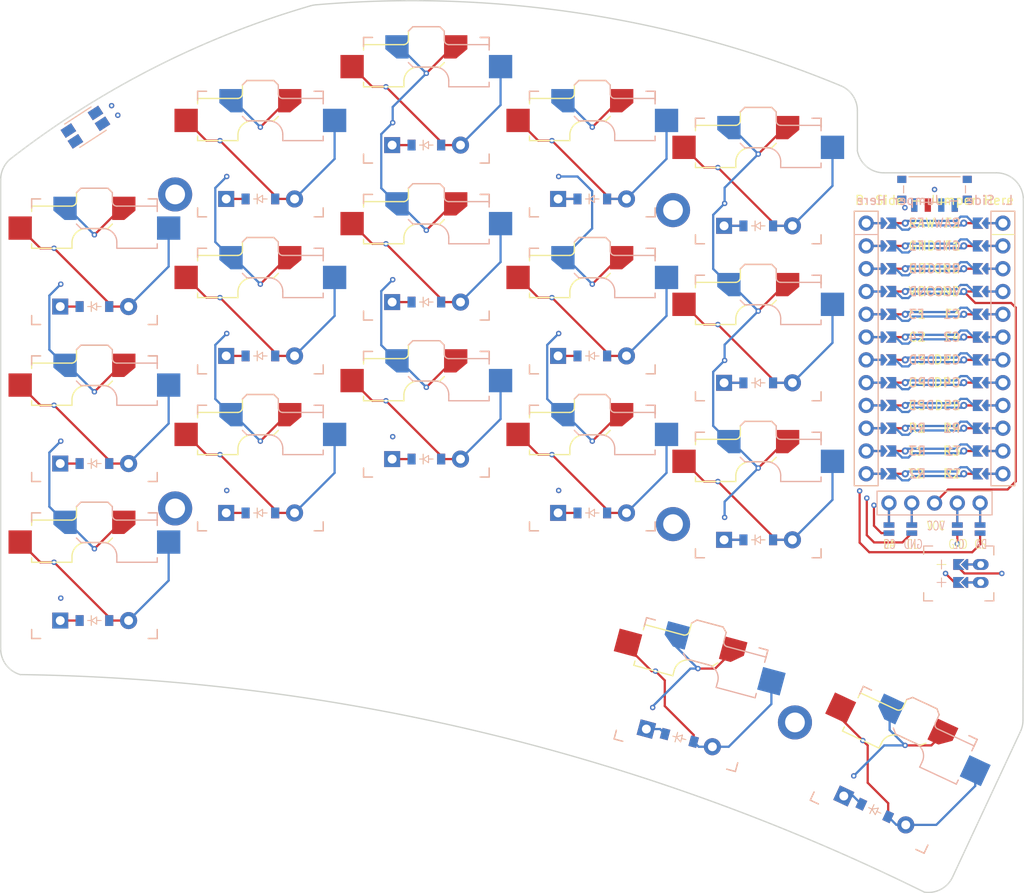
<source format=kicad_pcb>
(kicad_pcb (version 20221018) (generator pcbnew)
  (title_block (title "snak") (rev "0.1") (company "JackMatanky"))
  (layers (0 "F.Cu" signal) (31 "B.Cu" signal) (34 "B.Paste" user) (35 "F.Paste" user) (36 "B.SilkS" user "B.Silkscreen") (37 "F.SilkS" user "F.Silkscreen") (38 "B.Mask" user) (39 "F.Mask" user) (44 "Edge.Cuts" user))
  (net 0 "")
  (net 1 "C1")
  (net 2 "pinky_bot")
  (net 3 "pinky_mid")
  (net 4 "pinky_top")
  (net 5 "C2")
  (net 6 "ring_bot")
  (net 7 "ring_mid")
  (net 8 "ring_top")
  (net 9 "C3")
  (net 10 "middle_bot")
  (net 11 "middle_mid")
  (net 12 "middle_top")
  (net 13 "C4")
  (net 14 "index_bot")
  (net 15 "index_mid")
  (net 16 "index_top")
  (net 17 "C5")
  (net 18 "inner_bot")
  (net 19 "inner_mid")
  (net 20 "inner_top")
  (net 21 "T1")
  (net 22 "out_home")
  (net 23 "T2")
  (net 24 "in_home")
  (net 25 "R2")
  (net 26 "R3")
  (net 27 "R4")
  (net 28 "R1")
  (net 29 "RAW")
  (net 30 "GND")
  (net 31 "RST")
  (net 32 "VCC")
  (net 33 "F2")
  (net 34 "F1")
  (net 35 "F3")
  (net 36 "F4")
  (net 37 "DPD")
  (net 38 "DPC")
  (net 39 "DPE")
  (net 40 "MCU1_24")
  (net 41 "MCU1_1")
  (net 42 "MCU1_23")
  (net 43 "MCU1_2")
  (net 44 "MCU1_22")
  (net 45 "MCU1_3")
  (net 46 "MCU1_21")
  (net 47 "MCU1_4")
  (net 48 "MCU1_20")
  (net 49 "MCU1_5")
  (net 50 "MCU1_19")
  (net 51 "MCU1_6")
  (net 52 "MCU1_18")
  (net 53 "MCU1_7")
  (net 54 "MCU1_17")
  (net 55 "MCU1_8")
  (net 56 "MCU1_16")
  (net 57 "MCU1_9")
  (net 58 "MCU1_15")
  (net 59 "MCU1_10")
  (net 60 "MCU1_14")
  (net 61 "MCU1_11")
  (net 62 "MCU1_13")
  (net 63 "MCU1_12")
  (net 64 "DISP1_1")
  (net 65 "DISP1_2")
  (net 66 "DISP1_4")
  (net 67 "DISP1_5")
  (net 68 "pos")
  (net 69 "JST1_1")
  (net 70 "JST1_2")
  (footprint "VIA-0.6mm" (layer "F.Cu") (at 95.5 81)
    (fp_text reference "REF**" hide)
    (fp_text value "VIA-0.6mm" hide)
  )
  (footprint "VIA-0.6mm" (layer "F.Cu") (at 169.5 54.5)
    (fp_text reference "REF**" hide)
    (fp_text value "VIA-0.6mm" hide)
  )
  (footprint "PG1350" (layer "F.Cu") (at 174 56)
    (fp_text reference "S15" hide)
    (fp_text value "")
  )
  (footprint "ComboDiode" (layer "F.Cu") (at 155.5 93)
    (fp_text reference "D10" hide)
    (fp_text value "" hide)
  )
  (footprint "VIA-0.6mm" (layer "F.Cu") (at 190.35 58.975 90)
    (fp_text reference "REF**" hide)
    (fp_text value "VIA-0.6mm" hide)
  )
  (footprint "nice_nano" (layer "F.Cu") (at 193.65 73.4)
    (fp_text reference "MCU1" hide)
    (fp_text value "")
  )
  (footprint "VIA-0.6mm" (layer "F.Cu") (at 114.75 90.5)
    (fp_text reference "REF**" hide)
    (fp_text value "VIA-0.6mm" hide)
  )
  (footprint "VIA-0.6mm" (layer "F.Cu") (at 186.1 91.35)
    (fp_text reference "REF**" hide)
    (fp_text value "VIA-0.6mm" hide)
  )
  (footprint "PG1350" (layer "F.Cu") (at 137 64.5)
    (fp_text reference "S8" hide)
    (fp_text value "")
  )
  (footprint "power_switch" (layer "F.Cu") (at 193.65 56.95 90)
    (fp_text reference "SW1" hide)
    (fp_text value "")
  )
  (footprint "mounting_hole" (layer "F.Cu") (at 164.5 94.25)
    (fp_text reference "H4" hide)
    (fp_text value "")
  )
  (footprint "ComboDiode" (layer "F.Cu") (at 174 61)
    (fp_text reference "D15" hide)
    (fp_text value "" hide)
  )
  (footprint "PG1350" (layer "F.Cu") (at 155.5 70.5)
    (fp_text reference "S11" hide)
    (fp_text value "")
  )
  (footprint "VIA-0.6mm" (layer "F.Cu") (at 155.5 67.5)
    (fp_text reference "REF**" hide)
    (fp_text value "VIA-0.6mm" hide)
  )
  (footprint "mounting_hole" (layer "F.Cu") (at 109 92.5)
    (fp_text reference "H2" hide)
    (fp_text value "")
  )
  (footprint "VIA-0.6mm" (layer "F.Cu") (at 95.5 63.5)
    (fp_text reference "REF**" hide)
    (fp_text value "VIA-0.6mm" hide)
  )
  (footprint "VIA-0.6mm" (layer "F.Cu") (at 174 70.5)
    (fp_text reference "REF**" hide)
    (fp_text value "VIA-0.6mm" hide)
  )
  (footprint "VIA-0.6mm" (layer "F.Cu") (at 190.367732 118.916067 -25)
    (fp_text reference "REF**" hide)
    (fp_text value "VIA-0.6mm" hide)
  )
  (footprint "ComboDiode" (layer "F.Cu") (at 186.986786 126.166529 -25)
    (fp_text reference "D17" hide)
    (fp_text value "" hide)
  )
  (footprint "ComboDiode" (layer "F.Cu") (at 137 52)
    (fp_text reference "D9" hide)
    (fp_text value "" hide)
  )
  (footprint "VIA-0.6mm" (layer "F.Cu") (at 185.655419 118.373746 -25)
    (fp_text reference "REF**" hide)
    (fp_text value "VIA-0.6mm" hide)
  )
  (footprint "mounting_hole" (layer "F.Cu") (at 178.09111 116.355829 -15)
    (fp_text reference "H5" hide)
    (fp_text value "")
  )
  (footprint "VIA-0.6mm" (layer "F.Cu") (at 151.75 90.5)
    (fp_text reference "REF**" hide)
    (fp_text value "VIA-0.6mm" hide)
  )
  (footprint "VIA-0.6mm" (layer "F.Cu") (at 133.25 84.5)
    (fp_text reference "REF**" hide)
    (fp_text value "VIA-0.6mm" hide)
  )
  (footprint "VIA-0.6mm" (layer "F.Cu") (at 174 53)
    (fp_text reference "REF**" hide)
    (fp_text value "VIA-0.6mm" hide)
  )
  (footprint "VIA-0.6mm" (layer "F.Cu") (at 101.913543 47.601169 123)
    (fp_text reference "REF**" hide)
    (fp_text value "VIA-0.6mm" hide)
  )
  (footprint "VIA-0.6mm" (layer "F.Cu") (at 151.75 73)
    (fp_text reference "REF**" hide)
    (fp_text value "VIA-0.6mm" hide)
  )
  (footprint "VIA-0.6mm" (layer "F.Cu") (at 114 69)
    (fp_text reference "REF**" hide)
    (fp_text value "VIA-0.6mm" hide)
  )
  (footprint "VIA-0.6mm" (layer "F.Cu") (at 170.25 58.5)
    (fp_text reference "REF**" hide)
    (fp_text value "VIA-0.6mm" hide)
  )
  (footprint "VIA-0.6mm" (layer "F.Cu") (at 196.2 96.45)
    (fp_text reference "REF**" hide)
    (fp_text value "VIA-0.6mm" hide)
  )
  (footprint "VIA-0.6mm" (layer "F.Cu") (at 184.644677 122.315941 -25)
    (fp_text reference "REF**" hide)
    (fp_text value "VIA-0.6mm" hide)
  )
  (footprint "nice!view" (layer "F.Cu") (at 193.65 75.2)
    (fp_text reference "DISP1" hide)
    (fp_text value "")
  )
  (footprint "PG1350" (layer "F.Cu") (at 137 47)
    (fp_text reference "S9" hide)
    (fp_text value "")
  )
  (footprint "VIA-0.6mm" (layer "F.Cu") (at 114 86.5)
    (fp_text reference "REF**" hide)
    (fp_text value "VIA-0.6mm" hide)
  )
  (footprint "VIA-0.6mm" (layer "F.Cu") (at 194.875 99.75 -90)
    (fp_text reference "REF**" hide)
    (fp_text value "VIA-0.6mm" hide)
  )
  (footprint "ComboDiode" (layer "F.Cu") (at 174 78.5)
    (fp_text reference "D14" hide)
    (fp_text value "" hide)
  )
  (footprint "PG1350" (layer "F.Cu") (at 189.099877 121.63499 -25)
    (fp_text reference "S17" hide)
    (fp_text value "")
  )
  (footprint "VIA-0.6mm" (layer "F.Cu") (at 95.5 98.5)
    (fp_text reference "REF**" hide)
    (fp_text value "VIA-0.6mm" hide)
  )
  (footprint "PG1350" (layer "F.Cu") (at 174 73.5)
    (fp_text reference "S14" hide)
    (fp_text value "")
  )
  (footprint "VIA-0.6mm" (layer "F.Cu") (at 102.607958 48.670474 123)
    (fp_text reference "REF**" hide)
    (fp_text value "VIA-0.6mm" hide)
  )
  (footprint "VIA-0.6mm" (layer "F.Cu") (at 151 86.5)
    (fp_text reference "REF**" hide)
    (fp_text value "VIA-0.6mm" hide)
  )
  (footprint "ComboDiode" (layer "F.Cu") (at 100 105)
    (fp_text reference "D1" hide)
    (fp_text value "" hide)
  )
  (footprint "VIA-0.6mm" (layer "F.Cu") (at 155.5 85)
    (fp_text reference "REF**" hide)
    (fp_text value "VIA-0.6mm" hide)
  )
  (footprint "VIA-0.6mm" (layer "F.Cu") (at 170.25 93.5)
    (fp_text reference "REF**" hide)
    (fp_text value "VIA-0.6mm" hide)
  )
  (footprint "VIA-0.6mm" (layer "F.Cu") (at 118.5 67.5)
    (fp_text reference "REF**" hide)
    (fp_text value "VIA-0.6mm" hide)
  )
  (footprint "JST_PH_S2B-PH-K" (layer "F.Cu") (at 198.8 99.75 -90)
    (fp_text reference "JST1" hide)
    (fp_text value "")
  )
  (footprint "VIA-0.6mm" (layer "F.Cu") (at 169.5 89.5)
    (fp_text reference "REF**" hide)
    (fp_text value "VIA-0.6mm" hide)
  )
  (footprint "VIA-0.6mm" (layer "F.Cu") (at 114 51.5)
    (fp_text reference "REF**" hide)
    (fp_text value "VIA-0.6mm" hide)
  )
  (footprint "ComboDiode" (layer "F.Cu") (at 100 70)
    (fp_text reference "D3" hide)
    (fp_text value "" hide)
  )
  (footprint "ComboDiode" (layer "F.Cu") (at 118.5 75.5)
    (fp_text reference "D5" hide)
    (fp_text value "" hide)
  )
  (footprint "PG1350" (layer "F.Cu") (at 174 91)
    (fp_text reference "S13" hide)
    (fp_text value "")
  )
  (footprint "VIA-0.6mm" (layer "F.Cu") (at 151.75 55.5)
    (fp_text reference "REF**" hide)
    (fp_text value "VIA-0.6mm" hide)
  )
  (footprint "ComboDiode" (layer "F.Cu") (at 137 87)
    (fp_text reference "D7" hide)
    (fp_text value "" hide)
  )
  (footprint "ComboDiode" (layer "F.Cu") (at 100 87.5)
    (fp_text reference "D2" hide)
    (fp_text value "" hide)
  )
  (footprint "VIA-0.6mm" (layer "F.Cu") (at 162.541562 110.636426 -15)
    (fp_text reference "REF**" hide)
    (fp_text value "VIA-0.6mm" hide)
  )
  (footprint "PG1350" (layer "F.Cu") (at 118.5 53)
    (fp_text reference "S6" hide)
    (fp_text value "")
  )
  (footprint "VIA-0.6mm" (layer "F.Cu") (at 151 69)
    (fp_text reference "REF**" hide)
    (fp_text value "VIA-0.6mm" hide)
  )
  (footprint "VIA-0.6mm" (layer "F.Cu") (at 137 61.5)
    (fp_text reference "REF**" hide)
    (fp_text value "VIA-0.6mm" hide)
  )
  (footprint "VIA-0.6mm" (layer "F.Cu") (at 96.25 102.5)
    (fp_text reference "REF**" hide)
    (fp_text value "VIA-0.6mm" hide)
  )
  (footprint "VIA-0.6mm" (layer "F.Cu") (at 96.25 67.5)
    (fp_text reference "REF**" hide)
    (fp_text value "VIA-0.6mm" hide)
  )
  (footprint "VIA-0.6mm" (layer "F.Cu") (at 100 97)
    (fp_text reference "REF**" hide)
    (fp_text value "VIA-0.6mm" hide)
  )
  (footprint "mounting_hole" (layer "F.Cu") (at 109 57.5)
    (fp_text reference "H1" hide)
    (fp_text value "")
  )
  (footprint "PG1350" (layer "F.Cu") (at 100 100)
    (fp_text reference "S1" hide)
    (fp_text value "")
  )
  (footprint "sw_reset_side" (layer "F.Cu") (at 99 50 123)
    (fp_text reference "SW2" hide)
    (fp_text value "")
  )
  (footprint "ComboDiode" (layer "F.Cu") (at 118.5 58)
    (fp_text reference "D6" hide)
    (fp_text value "" hide)
  )
  (footprint "VIA-0.6mm" (layer "F.Cu") (at 137 79)
    (fp_text reference "REF**" hide)
    (fp_text value "VIA-0.6mm" hide)
  )
  (footprint "VIA-0.6mm" (layer "F.Cu") (at 174 88)
    (fp_text reference "REF**" hide)
    (fp_text value "VIA-0.6mm" hide)
  )
  (footprint "VIA-0.6mm" (layer "F.Cu") (at 170.25 76)
    (fp_text reference "REF**" hide)
    (fp_text value "VIA-0.6mm" hide)
  )
  (footprint "VIA-0.6mm" (layer "F.Cu") (at 132.5 80.5)
    (fp_text reference "REF**" hide)
    (fp_text value "VIA-0.6mm" hide)
  )
  (footprint "VIA-0.6mm" (layer "F.Cu") (at 162.230731 114.694243 -15)
    (fp_text reference "REF**" hide)
    (fp_text value "VIA-0.6mm" hide)
  )
  (footprint "VIA-0.6mm" (layer "F.Cu") (at 118.5 85)
    (fp_text reference "REF**" hide)
    (fp_text value "VIA-0.6mm" hide)
  )
  (footprint "VIA-0.6mm" (layer "F.Cu") (at 193.65 56.95 90)
    (fp_text reference "REF**" hide)
    (fp_text value "VIA-0.6mm" hide)
  )
  (footprint "PG1350" (layer "F.Cu") (at 118.5 88)
    (fp_text reference "S4" hide)
    (fp_text value "")
  )
  (footprint "PG1350" (layer "F.Cu") (at 166.5 113.25 -15)
    (fp_text reference "S16" hide)
    (fp_text value "")
  )
  (footprint "ComboDiode" (layer "F.Cu") (at 165.205905 118.079629 -15)
    (fp_text reference "D16" hide)
    (fp_text value "" hide)
  )
  (footprint "VIA-0.6mm" (layer "F.Cu") (at 186.9 92.15)
    (fp_text reference "REF**" hide)
    (fp_text value "VIA-0.6mm" hide)
  )
  (footprint "PG1350" (layer "F.Cu") (at 137 82)
    (fp_text reference "S7" hide)
    (fp_text value "")
  )
  (footprint "VIA-0.6mm" (layer "F.Cu") (at 167.276457 110.352223 -15)
    (fp_text reference "REF**" hide)
    (fp_text value "VIA-0.6mm" hide)
  )
  (footprint "ComboDiode" (layer "F.Cu") (at 137 69.5)
    (fp_text reference "D8" hide)
    (fp_text value "" hide)
  )
  (footprint "VIA-0.6mm" (layer "F.Cu") (at 114.75 73)
    (fp_text reference "REF**" hide)
    (fp_text value "VIA-0.6mm" hide)
  )
  (footprint "VIA-0.6mm" (layer "F.Cu") (at 100 79.5)
    (fp_text reference "REF**" hide)
    (fp_text value "VIA-0.6mm" hide)
  )
  (footprint "VIA-0.6mm" (layer "F.Cu") (at 132.5 45.5)
    (fp_text reference "REF**" hide)
    (fp_text value "VIA-0.6mm" hide)
  )
  (footprint "PG1350" (layer "F.Cu") (at 100 82.5)
    (fp_text reference "S2" hide)
    (fp_text value "")
  )
  (footprint "ComboDiode" (layer "F.Cu") (at 174 96)
    (fp_text reference "D13" hide)
    (fp_text value "" hide)
  )
  (footprint "VIA-0.6mm" (layer "F.Cu") (at 169.5 72)
    (fp_text reference "REF**" hide)
    (fp_text value "VIA-0.6mm" hide)
  )
  (footprint "PG1350" (layer "F.Cu") (at 155.5 88)
    (fp_text reference "S10" hide)
    (fp_text value "")
  )
  (footprint "VIA-0.6mm" (layer "F.Cu") (at 133.25 67)
    (fp_text reference "REF**" hide)
    (fp_text value "VIA-0.6mm" hide)
  )
  (footprint "ComboDiode" (layer "F.Cu") (at 155.5 58)
    (fp_text reference "D12" hide)
    (fp_text value "" hide)
  )
  (footprint "VIA-0.6mm" (layer "F.Cu") (at 151 51.5)
    (fp_text reference "REF**" hide)
    (fp_text value "VIA-0.6mm" hide)
  )
  (footprint "VIA-0.6mm" (layer "F.Cu") (at 114.75 55.5)
    (fp_text reference "REF**" hide)
    (fp_text value "VIA-0.6mm" hide)
  )
  (footprint "PG1350" (layer "F.Cu") (at 100 65)
    (fp_text reference "S3" hide)
    (fp_text value "")
  )
  (footprint "VIA-0.6mm" (layer "F.Cu") (at 118.5 50)
    (fp_text reference "REF**" hide)
    (fp_text value "VIA-0.6mm" hide)
  )
  (footprint "VIA-0.6mm" (layer "F.Cu") (at 132.5 63)
    (fp_text reference "REF**" hide)
    (fp_text value "VIA-0.6mm" hide)
  )
  (footprint "VIA-0.6mm" (layer "F.Cu") (at 96.25 85)
    (fp_text reference "REF**" hide)
    (fp_text value "VIA-0.6mm" hide)
  )
  (footprint "VIA-0.6mm" (layer "F.Cu") (at 185.3 90.55)
    (fp_text reference "REF**" hide)
    (fp_text value "VIA-0.6mm" hide)
  )
  (footprint "PG1350" (layer "F.Cu") (at 118.5 70.5)
    (fp_text reference "S5" hide)
    (fp_text value "")
  )
  (footprint "mounting_hole" (layer "F.Cu") (at 164.5 59.25)
    (fp_text reference "H3" hide)
    (fp_text value "")
  )
  (footprint "ComboDiode" (layer "F.Cu") (at 118.5 93)
    (fp_text reference "D4" hide)
    (fp_text value "" hide)
  )
  (footprint "VIA-0.6mm" (layer "F.Cu") (at 201.15 99.75 -90)
    (fp_text reference "REF**" hide)
    (fp_text value "VIA-0.6mm" hide)
  )
  (footprint "VIA-0.6mm" (layer "F.Cu") (at 137 44)
    (fp_text reference "REF**" hide)
    (fp_text value "VIA-0.6mm" hide)
  )
  (footprint "PG1350" (layer "F.Cu") (at 155.5 53)
    (fp_text reference "S12" hide)
    (fp_text value "")
  )
  (footprint "VIA-0.6mm" (layer "F.Cu") (at 133.25 49.5)
    (fp_text reference "REF**" hide)
    (fp_text value "VIA-0.6mm" hide)
  )
  (footprint "ComboDiode" (layer "F.Cu") (at 155.5 75.5)
    (fp_text reference "D11" hide)
    (fp_text value "" hide)
  )
  (footprint "VIA-0.6mm" (layer "F.Cu") (at 100 62)
    (fp_text reference "REF**" hide)
    (fp_text value "VIA-0.6mm" hide)
  )
  (footprint "VIA-0.6mm" (layer "F.Cu") (at 155.5 50)
    (fp_text reference "REF**" hide)
    (fp_text value "VIA-0.6mm" hide)
  )
  (gr_arc (start 90.711341 53.482912) (mid 106.599129 43.400276) (end 124.094477 36.472495) (stroke (width 0.15)) (layer "Edge.Cuts"))
  (gr_line (start 89.55 108.136568) (end 89.55 55.853425) (stroke (width 0.15)) (layer "Edge.Cuts"))
  (gr_arc (start 203.55 90.547537) (mid 203.549999 90.550012) (end 203.549996 90.552486) (stroke (width 0.15)) (layer "Edge.Cuts"))
  (gr_arc (start 124.673264 36.364467) (mid 154.476426 37.3582) (end 183.196172 45.382674) (stroke (width 0.15)) (layer "Edge.Cuts"))
  (gr_arc (start 89.55 55.853425) (mid 89.855934 54.533573) (end 90.71134 53.482912) (stroke (width 0.15)) (layer "Edge.Cuts"))
  (gr_arc (start 91.729528 111.022192) (mid 143.483319 117.522792) (end 192.528304 135.279541) (stroke (width 0.15)) (layer "Edge.Cuts"))
  (gr_line (start 203.549996 90.552486) (end 203.507847 116.105071) (stroke (width 0.15)) (layer "Edge.Cuts"))
  (gr_arc (start 124.094477 36.472495) (mid 124.381214 36.404248) (end 124.673265 36.364467) (stroke (width 0.15)) (layer "Edge.Cuts"))
  (gr_line (start 203.226775 117.367978) (end 195.668338 133.577098) (stroke (width 0.15)) (layer "Edge.Cuts"))
  (gr_line (start 203.55 58.09) (end 203.55 90.547537) (stroke (width 0.15)) (layer "Edge.Cuts"))
  (gr_arc (start 200.55 55.09) (mid 202.67132 55.96868) (end 203.55 58.09) (stroke (width 0.15)) (layer "Edge.Cuts"))
  (gr_arc (start 188 55.09) (mid 186.081186 54.396112) (end 185.05 52.635436) (stroke (width 0.15)) (layer "Edge.Cuts"))
  (gr_arc (start 183.196172 45.382674) (mid 184.543844 46.487534) (end 185.05 48.15509) (stroke (width 0.15)) (layer "Edge.Cuts"))
  (gr_arc (start 203.507848 116.105071) (mid 203.436204 116.751857) (end 203.226775 117.367978) (stroke (width 0.15)) (layer "Edge.Cuts"))
  (gr_arc (start 195.668337 133.577097) (mid 194.379297 134.946558) (end 192.528304 135.27954) (stroke (width 0.15)) (layer "Edge.Cuts"))
  (gr_line (start 185.05 52.635436) (end 185.05 48.15509) (stroke (width 0.15)) (layer "Edge.Cuts"))
  (gr_line (start 188 55.09) (end 200.55 55.09) (stroke (width 0.15)) (layer "Edge.Cuts"))
  (gr_arc (start 91.729527 111.022192) (mid 90.15611 109.944686) (end 89.55 108.136568) (stroke (width 0.15)) (layer "Edge.Cuts"))
  (segment (start 198.43 70.86) (end 196.91 70.86) (width 0.25) (layer "F.Cu") (net 1))
  (segment (start 102.95 94.05) (end 100 97) (width 0.25) (layer "F.Cu") (net 1))
  (segment (start 102.95 76.55) (end 103.275 76.55) (width 0.25) (layer "F.Cu") (net 1))
  (segment (start 103.275 59.05) (end 102.95 59.05) (width 0.25) (layer "F.Cu") (net 1))
  (segment (start 102.95 59.05) (end 100 62) (width 0.25) (layer "F.Cu") (net 1))
  (segment (start 103.275 94.05) (end 102.95 94.05) (width 0.25) (layer "F.Cu") (net 1))
  (segment (start 100 79.5) (end 102.95 76.55) (width 0.25) (layer "F.Cu") (net 1))
  (segment (start 188.88 70.86) (end 189.31 70.86) (width 0.25) (layer "B.Cu") (net 1))
  (segment (start 189.31 70.86) (end 190.04 71.59) (width 0.25) (layer "B.Cu") (net 1))
  (segment (start 94.976 68.774) (end 96.25 67.5) (width 0.25) (layer "B.Cu") (net 1))
  (segment (start 96.725 76.55) (end 94.976 74.801) (width 0.25) (layer "B.Cu") (net 1))
  (segment (start 97.05 94.05) (end 100 97) (width 0.25) (layer "B.Cu") (net 1))
  (segment (start 190.74 71.59) (end 191.11 71.21) (width 0.25) (layer "B.Cu") (net 1))
  (segment (start 191.2 71.11) (end 196.66 71.11) (width 0.25) (layer "B.Cu") (net 1))
  (segment (start 97.05 76.55) (end 100 79.5) (width 0.25) (layer "B.Cu") (net 1))
  (segment (start 96.725 94.05) (end 97.05 94.05) (width 0.25) (layer "B.Cu") (net 1))
  (segment (start 191.11 71.2) (end 191.2 71.11) (width 0.25) (layer "B.Cu") (net 1))
  (segment (start 196.66 71.11) (end 196.91 70.86) (width 0.25) (layer "B.Cu") (net 1))
  (segment (start 94.976 74.801) (end 94.976 68.774) (width 0.25) (layer "B.Cu") (net 1))
  (segment (start 96.725 59.05) (end 97.05 59.05) (width 0.25) (layer "B.Cu") (net 1))
  (segment (start 94.976 86.274) (end 96.25 85) (width 0.25) (layer "B.Cu") (net 1))
  (segment (start 96.725 94.05) (end 94.976 92.301) (width 0.25) (layer "B.Cu") (net 1))
  (segment (start 96.725 76.55) (end 97.05 76.55) (width 0.25) (layer "B.Cu") (net 1))
  (segment (start 190.04 71.59) (end 190.74 71.59) (width 0.25) (layer "B.Cu") (net 1))
  (segment (start 191.11 71.21) (end 191.11 71.2) (width 0.25) (layer "B.Cu") (net 1))
  (segment (start 94.976 92.301) (end 94.976 86.274) (width 0.25) (layer "B.Cu") (net 1))
  (segment (start 97.05 59.05) (end 100 62) (width 0.25) (layer "B.Cu") (net 1))
  (segment (start 95.5 98.5) (end 101.65 104.65) (width 0.25) (layer "F.Cu") (net 2))
  (segment (start 103.81 105) (end 101.65 105) (width 0.25) (layer "F.Cu") (net 2))
  (segment (start 93.975 98.5) (end 95.5 98.5) (width 0.25) (layer "F.Cu") (net 2))
  (segment (start 91.725 96.25) (end 93.975 98.5) (width 0.25) (layer "F.Cu") (net 2))
  (segment (start 101.65 104.65) (end 101.65 105) (width 0.25) (layer "F.Cu") (net 2))
  (segment (start 108.275 96.25) (end 108.275 100.535) (width 0.25) (layer "B.Cu") (net 2))
  (segment (start 108.275 100.535) (end 103.81 105) (width 0.25) (layer "B.Cu") (net 2))
  (segment (start 101.65 87.15) (end 101.65 87.5) (width 0.25) (layer "F.Cu") (net 3))
  (segment (start 93.975 81) (end 95.5 81) (width 0.25) (layer "F.Cu") (net 3))
  (segment (start 95.5 81) (end 101.65 87.15) (width 0.25) (layer "F.Cu") (net 3))
  (segment (start 103.81 87.5) (end 101.65 87.5) (width 0.25) (layer "F.Cu") (net 3))
  (segment (start 91.725 78.75) (end 93.975 81) (width 0.25) (layer "F.Cu") (net 3))
  (segment (start 108.275 83.035) (end 103.81 87.5) (width 0.25) (layer "B.Cu") (net 3))
  (segment (start 108.275 78.75) (end 108.275 83.035) (width 0.25) (layer "B.Cu") (net 3))
  (segment (start 103.81 70) (end 101.65 70) (width 0.25) (layer "F.Cu") (net 4))
  (segment (start 93.975 63.5) (end 95.5 63.5) (width 0.25) (layer "F.Cu") (net 4))
  (segment (start 91.725 61.25) (end 93.975 63.5) (width 0.25) (layer "F.Cu") (net 4))
  (segment (start 101.65 69.65) (end 101.65 70) (width 0.25) (layer "F.Cu") (net 4))
  (segment (start 95.5 63.5) (end 101.65 69.65) (width 0.25) (layer "F.Cu") (net 4))
  (segment (start 108.275 61.25) (end 108.275 65.535) (width 0.25) (layer "B.Cu") (net 4))
  (segment (start 108.275 65.535) (end 103.81 70) (width 0.25) (layer "B.Cu") (net 4))
  (segment (start 121.45 47.05) (end 118.5 50) (width 0.25) (layer "F.Cu") (net 5))
  (segment (start 121.775 82.05) (end 121.45 82.05) (width 0.25) (layer "F.Cu") (net 5))
  (segment (start 121.775 64.55) (end 121.45 64.55) (width 0.25) (layer "F.Cu") (net 5))
  (segment (start 121.45 64.55) (end 118.5 67.5) (width 0.25) (layer "F.Cu") (net 5))
  (segment (start 198.43 73.4) (end 196.91 73.4) (width 0.25) (layer "F.Cu") (net 5))
  (segment (start 121.775 47.05) (end 121.45 47.05) (width 0.25) (layer "F.Cu") (net 5))
  (segment (start 121.45 82.05) (end 118.5 85) (width 0.25) (layer "F.Cu") (net 5))
  (segment (start 113.476 80.301) (end 113.476 74.274) (width 0.25) (layer "B.Cu") (net 5))
  (segment (start 188.88 73.4) (end 189.31 73.4) (width 0.25) (layer "B.Cu") (net 5))
  (segment (start 196.66 73.65) (end 196.91 73.4) (width 0.25) (layer "B.Cu") (net 5))
  (segment (start 113.476 62.801) (end 113.476 56.774) (width 0.25) (layer "B.Cu") (net 5))
  (segment (start 113.476 74.274) (end 114.75 73) (width 0.25) (layer "B.Cu") (net 5))
  (segment (start 115.225 64.55) (end 113.476 62.801) (width 0.25) (layer "B.Cu") (net 5))
  (segment (start 189.31 73.4) (end 190.04 74.13) (width 0.25) (layer "B.Cu") (net 5))
  (segment (start 190.74 74.13) (end 191.11 73.75) (width 0.25) (layer "B.Cu") (net 5))
  (segment (start 115.225 47.05) (end 115.55 47.05) (width 0.25) (layer "B.Cu") (net 5))
  (segment (start 191.11 73.74) (end 191.2 73.65) (width 0.25) (layer "B.Cu") (net 5))
  (segment (start 191.2 73.65) (end 196.66 73.65) (width 0.25) (layer "B.Cu") (net 5))
  (segment (start 190.04 74.13) (end 190.74 74.13) (width 0.25) (layer "B.Cu") (net 5))
  (segment (start 115.55 64.55) (end 118.5 67.5) (width 0.25) (layer "B.Cu") (net 5))
  (segment (start 115.55 47.05) (end 118.5 50) (width 0.25) (layer "B.Cu") (net 5))
  (segment (start 115.225 82.05) (end 115.55 82.05) (width 0.25) (layer "B.Cu") (net 5))
  (segment (start 113.476 56.774) (end 114.75 55.5) (width 0.25) (layer "B.Cu") (net 5))
  (segment (start 115.55 82.05) (end 118.5 85) (width 0.25) (layer "B.Cu") (net 5))
  (segment (start 191.11 73.75) (end 191.11 73.74) (width 0.25) (layer "B.Cu") (net 5))
  (segment (start 115.225 82.05) (end 113.476 80.301) (width 0.25) (layer "B.Cu") (net 5))
  (segment (start 115.225 64.55) (end 115.55 64.55) (width 0.25) (layer "B.Cu") (net 5))
  (segment (start 122.31 93) (end 120.15 93) (width 0.25) (layer "F.Cu") (net 6))
  (segment (start 110.225 84.25) (end 112.475 86.5) (width 0.25) (layer "F.Cu") (net 6))
  (segment (start 112.475 86.5) (end 114 86.5) (width 0.25) (layer "F.Cu") (net 6))
  (segment (start 114 86.5) (end 120.15 92.65) (width 0.25) (layer "F.Cu") (net 6))
  (segment (start 120.15 92.65) (end 120.15 93) (width 0.25) (layer "F.Cu") (net 6))
  (segment (start 126.775 84.25) (end 126.775 88.535) (width 0.25) (layer "B.Cu") (net 6))
  (segment (start 126.775 88.535) (end 122.31 93) (width 0.25) (layer "B.Cu") (net 6))
  (segment (start 120.15 75.15) (end 120.15 75.5) (width 0.25) (layer "F.Cu") (net 7))
  (segment (start 112.475 69) (end 114 69) (width 0.25) (layer "F.Cu") (net 7))
  (segment (start 122.31 75.5) (end 120.15 75.5) (width 0.25) (layer "F.Cu") (net 7))
  (segment (start 110.225 66.75) (end 112.475 69) (width 0.25) (layer "F.Cu") (net 7))
  (segment (start 114 69) (end 120.15 75.15) (width 0.25) (layer "F.Cu") (net 7))
  (segment (start 126.775 71.035) (end 122.31 75.5) (width 0.25) (layer "B.Cu") (net 7))
  (segment (start 126.775 66.75) (end 126.775 71.035) (width 0.25) (layer "B.Cu") (net 7))
  (segment (start 112.475 51.5) (end 114 51.5) (width 0.25) (layer "F.Cu") (net 8))
  (segment (start 110.225 49.25) (end 112.475 51.5) (width 0.25) (layer "F.Cu") (net 8))
  (segment (start 122.31 58) (end 120.15 58) (width 0.25) (layer "F.Cu") (net 8))
  (segment (start 114 51.5) (end 120.15 57.65) (width 0.25) (layer "F.Cu") (net 8))
  (segment (start 120.15 57.65) (end 120.15 58) (width 0.25) (layer "F.Cu") (net 8))
  (segment (start 126.775 49.25) (end 126.775 53.535) (width 0.25) (layer "B.Cu") (net 8))
  (segment (start 126.775 53.535) (end 122.31 58) (width 0.25) (layer "B.Cu") (net 8))
  (segment (start 139.95 76.05) (end 137 79) (width 0.25) (layer "F.Cu") (net 9))
  (segment (start 140.275 58.55) (end 139.95 58.55) (width 0.25) (layer "F.Cu") (net 9))
  (segment (start 198.43 75.94) (end 196.91 75.94) (width 0.25) (layer "F.Cu") (net 9))
  (segment (start 140.275 41.05) (end 139.95 41.05) (width 0.25) (layer "F.Cu") (net 9))
  (segment (start 139.95 41.05) (end 137 44) (width 0.25) (layer "F.Cu") (net 9))
  (segment (start 140.275 76.05) (end 139.95 76.05) (width 0.25) (layer "F.Cu") (net 9))
  (segment (start 139.95 58.55) (end 137 61.5) (width 0.25) (layer "F.Cu") (net 9))
  (segment (start 134.05 58.55) (end 137 61.5) (width 0.25) (layer "B.Cu") (net 9))
  (segment (start 133.725 41.05) (end 134.05 41.05) (width 0.25) (layer "B.Cu") (net 9))
  (segment (start 131.976 74.301) (end 131.976 68.274) (width 0.25) (layer "B.Cu") (net 9))
  (segment (start 133.725 76.05) (end 134.05 76.05) (width 0.25) (layer "B.Cu") (net 9))
  (segment (start 190.74 76.67) (end 191.11 76.29) (width 0.25) (layer "B.Cu") (net 9))
  (segment (start 137 44) (end 133.25 47.75) (width 0.25) (layer "B.Cu") (net 9))
  (segment (start 190.04 76.67) (end 190.74 76.67) (width 0.25) (layer "B.Cu") (net 9))
  (segment (start 133.725 76.05) (end 131.976 74.301) (width 0.25) (layer "B.Cu") (net 9))
  (segment (start 134.05 41.05) (end 137 44) (width 0.25) (layer "B.Cu") (net 9))
  (segment (start 133.725 58.55) (end 131.976 56.801) (width 0.25) (layer "B.Cu") (net 9))
  (segment (start 191.2 76.19) (end 196.66 76.19) (width 0.25) (layer "B.Cu") (net 9))
  (segment (start 191.11 76.28) (end 191.2 76.19) (width 0.25) (layer "B.Cu") (net 9))
  (segment (start 133.25 47.75) (end 133.25 49.5) (width 0.25) (layer "B.Cu") (net 9))
  (segment (start 191.11 76.29) (end 191.11 76.28) (width 0.25) (layer "B.Cu") (net 9))
  (segment (start 131.976 56.801) (end 131.976 50.774) (width 0.25) (layer "B.Cu") (net 9))
  (segment (start 189.31 75.94) (end 190.04 76.67) (width 0.25) (layer "B.Cu") (net 9))
  (segment (start 133.725 58.55) (end 134.05 58.55) (width 0.25) (layer "B.Cu") (net 9))
  (segment (start 131.976 50.774) (end 133.25 49.5) (width 0.25) (layer "B.Cu") (net 9))
  (segment (start 134.05 76.05) (end 137 79) (width 0.25) (layer "B.Cu") (net 9))
  (segment (start 188.88 75.94) (end 189.31 75.94) (width 0.25) (layer "B.Cu") (net 9))
  (segment (start 131.976 68.274) (end 133.25 67) (width 0.25) (layer "B.Cu") (net 9))
  (segment (start 196.66 76.19) (end 196.91 75.94) (width 0.25) (layer "B.Cu") (net 9))
  (segment (start 138.65 86.65) (end 138.65 87) (width 0.25) (layer "F.Cu") (net 10))
  (segment (start 130.975 80.5) (end 132.5 80.5) (width 0.25) (layer "F.Cu") (net 10))
  (segment (start 128.725 78.25) (end 130.975 80.5) (width 0.25) (layer "F.Cu") (net 10))
  (segment (start 132.5 80.5) (end 138.65 86.65) (width 0.25) (layer "F.Cu") (net 10))
  (segment (start 140.81 87) (end 138.65 87) (width 0.25) (layer "F.Cu") (net 10))
  (segment (start 145.275 78.25) (end 145.275 82.535) (width 0.25) (layer "B.Cu") (net 10))
  (segment (start 145.275 82.535) (end 140.81 87) (width 0.25) (layer "B.Cu") (net 10))
  (segment (start 128.725 60.75) (end 130.975 63) (width 0.25) (layer "F.Cu") (net 11))
  (segment (start 130.975 63) (end 132.5 63) (width 0.25) (layer "F.Cu") (net 11))
  (segment (start 138.65 69.15) (end 138.65 69.5) (width 0.25) (layer "F.Cu") (net 11))
  (segment (start 132.5 63) (end 138.65 69.15) (width 0.25) (layer "F.Cu") (net 11))
  (segment (start 140.81 69.5) (end 138.65 69.5) (width 0.25) (layer "F.Cu") (net 11))
  (segment (start 145.275 65.035) (end 140.81 69.5) (width 0.25) (layer "B.Cu") (net 11))
  (segment (start 145.275 60.75) (end 145.275 65.035) (width 0.25) (layer "B.Cu") (net 11))
  (segment (start 138.65 51.65) (end 138.65 52) (width 0.25) (layer "F.Cu") (net 12))
  (segment (start 132.5 45.5) (end 138.65 51.65) (width 0.25) (layer "F.Cu") (net 12))
  (segment (start 140.81 52) (end 138.65 52) (width 0.25) (layer "F.Cu") (net 12))
  (segment (start 130.975 45.5) (end 132.5 45.5) (width 0.25) (layer "F.Cu") (net 12))
  (segment (start 128.725 43.25) (end 130.975 45.5) (width 0.25) (layer "F.Cu") (net 12))
  (segment (start 145.275 47.535) (end 140.81 52) (width 0.25) (layer "B.Cu") (net 12))
  (segment (start 145.275 43.25) (end 145.275 47.535) (width 0.25) (layer "B.Cu") (net 12))
  (segment (start 158.45 82.05) (end 155.5 85) (width 0.25) (layer "F.Cu") (net 13))
  (segment (start 158.775 64.55) (end 158.45 64.55) (width 0.25) (layer "F.Cu") (net 13))
  (segment (start 198.43 78.48) (end 196.91 78.48) (width 0.25) (layer "F.Cu") (net 13))
  (segment (start 158.45 47.05) (end 155.5 50) (width 0.25) (layer "F.Cu") (net 13))
  (segment (start 158.775 82.05) (end 158.45 82.05) (width 0.25) (layer "F.Cu") (net 13))
  (segment (start 158.775 47.05) (end 158.45 47.05) (width 0.25) (layer "F.Cu") (net 13))
  (segment (start 158.45 64.55) (end 155.5 67.5) (width 0.25) (layer "F.Cu") (net 13))
  (segment (start 152.55 47.05) (end 155.5 50) (width 0.25) (layer "B.Cu") (net 13))
  (segment (start 188.88 78.48) (end 189.31 78.48) (width 0.25) (layer "B.Cu") (net 13))
  (segment (start 152.225 64.55) (end 152.55 64.55) (width 0.25) (layer "B.Cu") (net 13))
  (segment (start 190.04 79.21) (end 190.74 79.21) (width 0.25) (layer "B.Cu") (net 13))
  (segment (start 150.476 74.274) (end 151.75 73) (width 0.25) (layer "B.Cu") (net 13))
  (segment (start 152.55 64.55) (end 155.5 67.5) (width 0.25) (layer "B.Cu") (net 13))
  (segment (start 191.2 78.73) (end 196.66 78.73) (width 0.25) (layer "B.Cu") (net 13))
  (segment (start 150.476 80.301) (end 150.476 74.274) (width 0.25) (layer "B.Cu") (net 13))
  (segment (start 152.225 64.55) (end 155.48 61.295) (width 0.25) (layer "B.Cu") (net 13))
  (segment (start 152.225 47.05) (end 152.55 47.05) (width 0.25) (layer "B.Cu") (net 13))
  (segment (start 155.48 57.13) (end 153.85 55.5) (width 0.25) (layer "B.Cu") (net 13))
  (segment (start 155.48 61.295) (end 155.48 57.13) (width 0.25) (layer "B.Cu") (net 13))
  (segment (start 189.31 78.48) (end 190.04 79.21) (width 0.25) (layer "B.Cu") (net 13))
  (segment (start 191.11 78.82) (end 191.2 78.73) (width 0.25) (layer "B.Cu") (net 13))
  (segment (start 190.74 79.21) (end 191.11 78.83) (width 0.25) (layer "B.Cu") (net 13))
  (segment (start 153.85 55.5) (end 151.75 55.5) (width 0.25) (layer "B.Cu") (net 13))
  (segment (start 152.225 82.05) (end 152.55 82.05) (width 0.25) (layer "B.Cu") (net 13))
  (segment (start 191.11 78.83) (end 191.11 78.82) (width 0.25) (layer "B.Cu") (net 13))
  (segment (start 152.225 82.05) (end 150.476 80.301) (width 0.25) (layer "B.Cu") (net 13))
  (segment (start 196.66 78.73) (end 196.91 78.48) (width 0.25) (layer "B.Cu") (net 13))
  (segment (start 152.55 82.05) (end 155.5 85) (width 0.25) (layer "B.Cu") (net 13))
  (segment (start 157.15 92.65) (end 157.15 93) (width 0.25) (layer "F.Cu") (net 14))
  (segment (start 147.225 84.25) (end 149.475 86.5) (width 0.25) (layer "F.Cu") (net 14))
  (segment (start 151 86.5) (end 157.15 92.65) (width 0.25) (layer "F.Cu") (net 14))
  (segment (start 149.475 86.5) (end 151 86.5) (width 0.25) (layer "F.Cu") (net 14))
  (segment (start 159.31 93) (end 157.15 93) (width 0.25) (layer "F.Cu") (net 14))
  (segment (start 163.775 88.535) (end 159.31 93) (width 0.25) (layer "B.Cu") (net 14))
  (segment (start 163.775 84.25) (end 163.775 88.535) (width 0.25) (layer "B.Cu") (net 14))
  (segment (start 157.15 75.15) (end 157.15 75.5) (width 0.25) (layer "F.Cu") (net 15))
  (segment (start 159.31 75.5) (end 157.15 75.5) (width 0.25) (layer "F.Cu") (net 15))
  (segment (start 147.225 66.75) (end 149.475 69) (width 0.25) (layer "F.Cu") (net 15))
  (segment (start 151 69) (end 157.15 75.15) (width 0.25) (layer "F.Cu") (net 15))
  (segment (start 149.475 69) (end 151 69) (width 0.25) (layer "F.Cu") (net 15))
  (segment (start 163.775 71.035) (end 159.31 75.5) (width 0.25) (layer "B.Cu") (net 15))
  (segment (start 163.775 66.75) (end 163.775 71.035) (width 0.25) (layer "B.Cu") (net 15))
  (segment (start 151 51.5) (end 157.15 57.65) (width 0.25) (layer "F.Cu") (net 16))
  (segment (start 157.15 57.65) (end 157.15 58) (width 0.25) (layer "F.Cu") (net 16))
  (segment (start 149.475 51.5) (end 151 51.5) (width 0.25) (layer "F.Cu") (net 16))
  (segment (start 147.225 49.25) (end 149.475 51.5) (width 0.25) (layer "F.Cu") (net 16))
  (segment (start 159.31 58) (end 157.15 58) (width 0.25) (layer "F.Cu") (net 16))
  (segment (start 163.775 49.25) (end 163.775 53.535) (width 0.25) (layer "B.Cu") (net 16))
  (segment (start 163.775 53.535) (end 159.31 58) (width 0.25) (layer "B.Cu") (net 16))
  (segment (start 157.15 58) (end 159.31 58) (width 0.25) (layer "B.Cu") (net 16))
  (segment (start 198.43 81.02) (end 196.91 81.02) (width 0.25) (layer "F.Cu") (net 17))
  (segment (start 176.95 50.05) (end 174 53) (width 0.25) (layer "F.Cu") (net 17))
  (segment (start 176.95 67.55) (end 174 70.5) (width 0.25) (layer "F.Cu") (net 17))
  (segment (start 177.275 50.05) (end 176.95 50.05) (width 0.25) (layer "F.Cu") (net 17))
  (segment (start 176.95 85.05) (end 174 88) (width 0.25) (layer "F.Cu") (net 17))
  (segment (start 177.275 85.05) (end 176.95 85.05) (width 0.25) (layer "F.Cu") (net 17))
  (segment (start 177.275 67.55) (end 176.95 67.55) (width 0.25) (layer "F.Cu") (net 17))
  (segment (start 168.976 65.801) (end 168.976 59.774) (width 0.25) (layer "B.Cu") (net 17))
  (segment (start 174 70.5) (end 170.25 74.25) (width 0.25) (layer "B.Cu") (net 17))
  (segment (start 174 88) (end 170.25 91.75) (width 0.25) (layer "B.Cu") (net 17))
  (segment (start 170.725 67.55) (end 171.05 67.55) (width 0.25) (layer "B.Cu") (net 17))
  (segment (start 190.04 81.75) (end 190.74 81.75) (width 0.25) (layer "B.Cu") (net 17))
  (segment (start 168.976 83.301) (end 168.976 77.274) (width 0.25) (layer "B.Cu") (net 17))
  (segment (start 191.2 81.27) (end 196.66 81.27) (width 0.25) (layer "B.Cu") (net 17))
  (segment (start 191.11 81.37) (end 191.11 81.36) (width 0.25) (layer "B.Cu") (net 17))
  (segment (start 170.25 91.75) (end 170.25 93.5) (width 0.25) (layer "B.Cu") (net 17))
  (segment (start 170.725 67.55) (end 168.976 65.801) (width 0.25) (layer "B.Cu") (net 17))
  (segment (start 170.25 56.75) (end 170.25 58.5) (width 0.25) (layer "B.Cu") (net 17))
  (segment (start 171.05 85.05) (end 174 88) (width 0.25) (layer "B.Cu") (net 17))
  (segment (start 168.976 59.774) (end 170.25 58.5) (width 0.25) (layer "B.Cu") (net 17))
  (segment (start 170.25 74.25) (end 170.25 76) (width 0.25) (layer "B.Cu") (net 17))
  (segment (start 170.725 50.05) (end 171.05 50.05) (width 0.25) (layer "B.Cu") (net 17))
  (segment (start 189.31 81.02) (end 190.04 81.75) (width 0.25) (layer "B.Cu") (net 17))
  (segment (start 168.976 77.274) (end 170.25 76) (width 0.25) (layer "B.Cu") (net 17))
  (segment (start 174 53) (end 170.25 56.75) (width 0.25) (layer "B.Cu") (net 17))
  (segment (start 196.66 81.27) (end 196.91 81.02) (width 0.25) (layer "B.Cu") (net 17))
  (segment (start 170.725 85.05) (end 171.05 85.05) (width 0.25) (layer "B.Cu") (net 17))
  (segment (start 171.05 67.55) (end 174 70.5) (width 0.25) (layer "B.Cu") (net 17))
  (segment (start 191.11 81.36) (end 191.2 81.27) (width 0.25) (layer "B.Cu") (net 17))
  (segment (start 190.74 81.75) (end 191.11 81.37) (width 0.25) (layer "B.Cu") (net 17))
  (segment (start 188.88 81.02) (end 189.31 81.02) (width 0.25) (layer "B.Cu") (net 17))
  (segment (start 170.725 85.05) (end 168.976 83.301) (width 0.25) (layer "B.Cu") (net 17))
  (segment (start 171.05 50.05) (end 174 53) (width 0.25) (layer "B.Cu") (net 17))
  (segment (start 177.81 96) (end 175.65 96) (width 0.25) (layer "F.Cu") (net 18))
  (segment (start 175.65 95.65) (end 175.65 96) (width 0.25) (layer "F.Cu") (net 18))
  (segment (start 169.5 89.5) (end 175.65 95.65) (width 0.25) (layer "F.Cu") (net 18))
  (segment (start 167.975 89.5) (end 169.5 89.5) (width 0.25) (layer "F.Cu") (net 18))
  (segment (start 165.725 87.25) (end 167.975 89.5) (width 0.25) (layer "F.Cu") (net 18))
  (segment (start 182.275 87.25) (end 182.275 91.535) (width 0.25) (layer "B.Cu") (net 18))
  (segment (start 182.275 91.535) (end 177.81 96) (width 0.25) (layer "B.Cu") (net 18))
  (segment (start 177.81 96) (end 175.65 96) (width 0.25) (layer "B.Cu") (net 18))
  (segment (start 165.725 69.75) (end 167.975 72) (width 0.25) (layer "F.Cu") (net 19))
  (segment (start 167.975 72) (end 169.5 72) (width 0.25) (layer "F.Cu") (net 19))
  (segment (start 169.5 72) (end 175.65 78.15) (width 0.25) (layer "F.Cu") (net 19))
  (segment (start 177.81 78.5) (end 175.65 78.5) (width 0.25) (layer "F.Cu") (net 19))
  (segment (start 175.65 78.15) (end 175.65 78.5) (width 0.25) (layer "F.Cu") (net 19))
  (segment (start 177.81 78.5) (end 175.65 78.5) (width 0.25) (layer "B.Cu") (net 19))
  (segment (start 182.275 74.035) (end 177.81 78.5) (width 0.25) (layer "B.Cu") (net 19))
  (segment (start 182.275 69.75) (end 182.275 74.035) (width 0.25) (layer "B.Cu") (net 19))
  (segment (start 175.65 60.65) (end 175.65 61) (width 0.25) (layer "F.Cu") (net 20))
  (segment (start 165.725 52.25) (end 167.975 54.5) (width 0.25) (layer "F.Cu") (net 20))
  (segment (start 169.5 54.5) (end 175.65 60.65) (width 0.25) (layer "F.Cu") (net 20))
  (segment (start 167.975 54.5) (end 169.5 54.5) (width 0.25) (layer "F.Cu") (net 20))
  (segment (start 177.81 61) (end 175.65 61) (width 0.25) (layer "F.Cu") (net 20))
  (segment (start 177.81 61) (end 175.65 61) (width 0.25) (layer "B.Cu") (net 20))
  (segment (start 182.275 52.25) (end 182.275 56.535) (width 0.25) (layer "B.Cu") (net 20))
  (segment (start 182.275 56.535) (end 177.81 61) (width 0.25) (layer "B.Cu") (net 20))
  (segment (start 198.43 86.1) (end 196.91 86.1) (width 0.25) (layer "F.Cu") (net 21))
  (segment (start 169.201531 110.352223) (end 167.276457 110.352223) (width 0.25) (layer "F.Cu") (net 21))
  (segment (start 171.20338 108.350374) (end 169.201531 110.352223) (width 0.25) (layer "F.Cu") (net 21))
  (segment (start 190.74 86.83) (end 191.11 86.45) (width 0.25) (layer "B.Cu") (net 21))
  (segment (start 191.2 86.35) (end 196.66 86.35) (width 0.25) (layer "B.Cu") (net 21))
  (segment (start 191.11 86.45) (end 191.11 86.44) (width 0.25) (layer "B.Cu") (net 21))
  (segment (start 190.04 86.83) (end 190.74 86.83) (width 0.25) (layer "B.Cu") (net 21))
  (segment (start 166.442778 110.352223) (end 162.230731 114.56427) (width 0.25) (layer "B.Cu") (net 21))
  (segment (start 162.230731 114.56427) (end 162.230731 114.694243) (width 0.25) (layer "B.Cu") (net 21))
  (segment (start 164.876566 107.952332) (end 167.276457 110.352223) (width 0.25) (layer "B.Cu") (net 21))
  (segment (start 164.876566 106.655109) (end 164.876566 107.952332) (width 0.25) (layer "B.Cu") (net 21))
  (segment (start 196.66 86.35) (end 196.91 86.1) (width 0.25) (layer "B.Cu") (net 21))
  (segment (start 188.88 86.1) (end 189.31 86.1) (width 0.25) (layer "B.Cu") (net 21))
  (segment (start 189.31 86.1) (end 190.04 86.83) (width 0.25) (layer "B.Cu") (net 21))
  (segment (start 191.11 86.44) (end 191.2 86.35) (width 0.25) (layer "B.Cu") (net 21))
  (segment (start 167.276457 110.352223) (end 166.442778 110.352223) (width 0.25) (layer "B.Cu") (net 21))
  (segment (start 162.117298 110.636426) (end 162.541562 110.636426) (width 0.25) (layer "F.Cu") (net 22))
  (segment (start 163.58 111.674864) (end 163.58 114.53) (width 0.25) (layer "F.Cu") (net 22))
  (segment (start 166.799683 117.749683) (end 166.799683 118.50668) (width 0.25) (layer "F.Cu") (net 22))
  (segment (start 159.477535 107.996663) (end 162.117298 110.636426) (width 0.25) (layer "F.Cu") (net 22))
  (segment (start 163.58 114.53) (end 166.799683 117.749683) (width 0.25) (layer "F.Cu") (net 22))
  (segment (start 159.477535 107.486051) (end 159.477535 107.996663) (width 0.25) (layer "F.Cu") (net 22))
  (segment (start 162.541562 110.636426) (end 163.58 111.674864) (width 0.25) (layer "F.Cu") (net 22))
  (segment (start 175.463608 111.769506) (end 175.463608 114.306392) (width 0.25) (layer "B.Cu") (net 22))
  (segment (start 170.70427 119.06573) (end 168.886082 119.06573) (width 0.25) (layer "B.Cu") (net 22))
  (segment (start 175.463608 114.306392) (end 170.70427 119.06573) (width 0.25) (layer "B.Cu") (net 22))
  (segment (start 168.886082 119.06573) (end 167.358733 119.06573) (width 0.25) (layer "B.Cu") (net 22))
  (segment (start 167.358733 119.06573) (end 166.799683 118.50668) (width 0.25) (layer "B.Cu") (net 22))
  (segment (start 198.43 88.64) (end 196.91 88.64) (width 0.25) (layer "F.Cu") (net 23))
  (segment (start 193.29308 118.916067) (end 190.367732 118.916067) (width 0.25) (layer "F.Cu") (net 23))
  (segment (start 194.582614 117.626533) (end 193.29308 118.916067) (width 0.25) (layer "F.Cu") (net 23))
  (segment (start 191.2 88.89) (end 196.66 88.89) (width 0.25) (layer "B.Cu") (net 23))
  (segment (start 196.66 88.89) (end 196.91 88.64) (width 0.25) (layer "B.Cu") (net 23))
  (segment (start 188.88 88.64) (end 189.31 88.64) (width 0.25) (layer "B.Cu") (net 23))
  (segment (start 191.11 88.98) (end 191.2 88.89) (width 0.25) (layer "B.Cu") (net 23))
  (segment (start 190.367732 118.916067) (end 188.044551 118.916067) (width 0.25) (layer "B.Cu") (net 23))
  (segment (start 188.044551 118.916067) (end 184.644677 122.315941) (width 0.25) (layer "B.Cu") (net 23))
  (segment (start 190.04 89.37) (end 190.74 89.37) (width 0.25) (layer "B.Cu") (net 23))
  (segment (start 190.74 89.37) (end 191.11 88.99) (width 0.25) (layer "B.Cu") (net 23))
  (segment (start 188.646298 117.194633) (end 190.367732 118.916067) (width 0.25) (layer "B.Cu") (net 23))
  (segment (start 191.11 88.99) (end 191.11 88.98) (width 0.25) (layer "B.Cu") (net 23))
  (segment (start 189.31 88.64) (end 190.04 89.37) (width 0.25) (layer "B.Cu") (net 23))
  (segment (start 188.646298 114.858384) (end 188.646298 117.194633) (width 0.25) (layer "B.Cu") (net 23))
  (segment (start 183.184999 114.73917) (end 183.184999 115.903326) (width 0.25) (layer "F.Cu") (net 24))
  (segment (start 186.2 123.08) (end 186.2 118.918327) (width 0.25) (layer "F.Cu") (net 24))
  (segment (start 185.655419 118.373746) (end 186.03 118.748327) (width 0.25) (layer "F.Cu") (net 24))
  (segment (start 188.482194 126.863849) (end 188.482194 125.362194) (width 0.25) (layer "F.Cu") (net 24))
  (segment (start 188.482194 125.362194) (end 186.2 123.08) (width 0.25) (layer "F.Cu") (net 24))
  (segment (start 186.2 118.918327) (end 185.655419 118.373746) (width 0.25) (layer "F.Cu") (net 24))
  (segment (start 183.184999 115.903326) (end 185.655419 118.373746) (width 0.25) (layer "F.Cu") (net 24))
  (segment (start 198.184392 121.733502) (end 198.184392 123.435608) (width 0.25) (layer "B.Cu") (net 24))
  (segment (start 189.39505 127.776705) (end 188.482194 126.863849) (width 0.25) (layer "B.Cu") (net 24))
  (segment (start 193.843295 127.776705) (end 190.439819 127.776705) (width 0.25) (layer "B.Cu") (net 24))
  (segment (start 190.439819 127.776705) (end 189.39505 127.776705) (width 0.25) (layer "B.Cu") (net 24))
  (segment (start 198.184392 123.435608) (end 193.843295 127.776705) (width 0.25) (layer "B.Cu") (net 24))
  (segment (start 188.88 88.64) (end 190.39 88.64) (width 0.25) (layer "F.Cu") (net 25))
  (segment (start 114.69 93) (end 116.85 93) (width 0.25) (layer "F.Cu") (net 25))
  (segment (start 170.19 96) (end 172.35 96) (width 0.25) (layer "F.Cu") (net 25))
  (segment (start 151.69 93) (end 153.85 93) (width 0.25) (layer "F.Cu") (net 25))
  (segment (start 133.19 87) (end 135.35 87) (width 0.25) (layer "F.Cu") (net 25))
  (segment (start 96.19 105) (end 98.35 105) (width 0.25) (layer "F.Cu") (net 25))
  (segment (start 170.19 96) (end 172.35 96) (width 0.25) (layer "B.Cu") (net 25))
  (segment (start 197.99 88.64) (end 197.26 87.91) (width 0.25) (layer "B.Cu") (net 25))
  (segment (start 196.09 88.39) (end 190.64 88.39) (width 0.25) (layer "B.Cu") (net 25))
  (segment (start 190.64 88.39) (end 190.39 88.64) (width 0.25) (layer "B.Cu") (net 25))
  (segment (start 198.43 88.64) (end 197.99 88.64) (width 0.25) (layer "B.Cu") (net 25))
  (segment (start 197.26 87.91) (end 196.56 87.91) (width 0.25) (layer "B.Cu") (net 25))
  (segment (start 196.56 87.91) (end 196.09 88.39) (width 0.25) (layer "B.Cu") (net 25))
  (segment (start 133.19 69.5) (end 135.35 69.5) (width 0.25) (layer "F.Cu") (net 26))
  (segment (start 151.69 75.5) (end 153.85 75.5) (width 0.25) (layer "F.Cu") (net 26))
  (segment (start 114.69 75.5) (end 116.85 75.5) (width 0.25) (layer "F.Cu") (net 26))
  (segment (start 170.19 78.5) (end 172.35 78.5) (width 0.25) (layer "F.Cu") (net 26))
  (segment (start 188.88 86.1) (end 190.39 86.1) (width 0.25) (layer "F.Cu") (net 26))
  (segment (start 96.19 87.5) (end 98.35 87.5) (width 0.25) (layer "F.Cu") (net 26))
  (segment (start 197.99 86.1) (end 197.26 85.37) (width 0.25) (layer "B.Cu") (net 26))
  (segment (start 170.19 78.5) (end 172.35 78.5) (width 0.25) (layer "B.Cu") (net 26))
  (segment (start 196.56 85.37) (end 196.09 85.85) (width 0.25) (layer "B.Cu") (net 26))
  (segment (start 196.09 85.85) (end 190.64 85.85) (width 0.25) (layer "B.Cu") (net 26))
  (segment (start 198.43 86.1) (end 197.99 86.1) (width 0.25) (layer "B.Cu") (net 26))
  (segment (start 197.26 85.37) (end 196.56 85.37) (width 0.25) (layer "B.Cu") (net 26))
  (segment (start 190.64 85.85) (end 190.39 86.1) (width 0.25) (layer "B.Cu") (net 26))
  (segment (start 151.69 58) (end 153.85 58) (width 0.25) (layer "F.Cu") (net 27))
  (segment (start 170.19 61) (end 172.35 61) (width 0.25) (layer "F.Cu") (net 27))
  (segment (start 96.19 70) (end 98.35 70) (width 0.25) (layer "F.Cu") (net 27))
  (segment (start 114.69 58) (end 116.85 58) (width 0.25) (layer "F.Cu") (net 27))
  (segment (start 133.19 52) (end 135.35 52) (width 0.25) (layer "F.Cu") (net 27))
  (segment (start 188.88 83.56) (end 190.39 83.56) (width 0.25) (layer "F.Cu") (net 27))
  (segment (start 196.56 82.83) (end 196.09 83.31) (width 0.25) (layer "B.Cu") (net 27))
  (segment (start 190.64 83.31) (end 190.39 83.56) (width 0.25) (layer "B.Cu") (net 27))
  (segment (start 170.19 61) (end 172.35 61) (width 0.25) (layer "B.Cu") (net 27))
  (segment (start 197.26 82.83) (end 196.56 82.83) (width 0.25) (layer "B.Cu") (net 27))
  (segment (start 151.69 58) (end 153.85 58) (width 0.25) (layer "B.Cu") (net 27))
  (segment (start 197.99 83.56) (end 197.26 82.83) (width 0.25) (layer "B.Cu") (net 27))
  (segment (start 196.09 83.31) (end 190.64 83.31) (width 0.25) (layer "B.Cu") (net 27))
  (segment (start 198.43 83.56) (end 197.99 83.56) (width 0.25) (layer "B.Cu") (net 27))
  (segment (start 198.43 83.56) (end 196.91 83.56) (width 0.25) (layer "F.Cu") (net 28))
  (segment (start 184.578522 124.556353) (end 185.491378 125.469209) (width 0.25) (layer "B.Cu") (net 28))
  (segment (start 163.053077 117.093528) (end 163.612127 117.652578) (width 0.25) (layer "B.Cu") (net 28))
  (segment (start 191.2 83.81) (end 196.66 83.81) (width 0.25) (layer "B.Cu") (net 28))
  (segment (start 190.74 84.29) (end 191.11 83.91) (width 0.25) (layer "B.Cu") (net 28))
  (segment (start 190.04 84.29) (end 190.74 84.29) (width 0.25) (layer "B.Cu") (net 28))
  (segment (start 188.88 83.56) (end 189.31 83.56) (width 0.25) (layer "B.Cu") (net 28))
  (segment (start 189.31 83.56) (end 190.04 84.29) (width 0.25) (layer "B.Cu") (net 28))
  (segment (start 196.66 83.81) (end 196.91 83.56) (width 0.25) (layer "B.Cu") (net 28))
  (segment (start 183.533753 124.556353) (end 184.578522 124.556353) (width 0.25) (layer "B.Cu") (net 28))
  (segment (start 161.525728 117.093528) (end 163.053077 117.093528) (width 0.25) (layer "B.Cu") (net 28))
  (segment (start 191.11 83.9) (end 191.2 83.81) (width 0.25) (layer "B.Cu") (net 28))
  (segment (start 191.11 83.91) (end 191.11 83.9) (width 0.25) (layer "B.Cu") (net 28))
  (segment (start 198.43 60.7) (end 196.91 60.7) (width 0.25) (layer "F.Cu") (net 29))
  (segment (start 188.88 60.7) (end 189.31 60.7) (width 0.25) (layer "B.Cu") (net 29))
  (segment (start 196.66 60.95) (end 196.91 60.7) (width 0.25) (layer "B.Cu") (net 29))
  (segment (start 189.31 60.7) (end 190.04 61.43) (width 0.25) (layer "B.Cu") (net 29))
  (segment (start 191.11 61.05) (end 191.11 61.04) (width 0.25) (layer "B.Cu") (net 29))
  (segment (start 191.2 60.95) (end 196.66 60.95) (width 0.25) (layer "B.Cu") (net 29))
  (segment (start 191.11 61.04) (end 191.2 60.95) (width 0.25) (layer "B.Cu") (net 29))
  (segment (start 190.04 61.43) (end 190.74 61.43) (width 0.25) (layer "B.Cu") (net 29))
  (segment (start 190.74 61.43) (end 191.11 61.05) (width 0.25) (layer "B.Cu") (net 29))
  (segment (start 196.19 96.44) (end 196.2 96.45) (width 0.25) (layer "F.Cu") (net 30))
  (segment (start 196.19 95.25) (end 196.19 96.44) (width 0.25) (layer "F.Cu") (net 30))
  (segment (start 196.984 99.75) (end 201.15 99.75) (width 0.25) (layer "F.Cu") (net 30))
  (segment (start 198.43 63.24) (end 196.91 63.24) (width 0.25) (layer "F.Cu") (net 30))
  (segment (start 188.88 68.32) (end 190.39 68.32) (width 0.25) (layer "F.Cu") (net 30))
  (segment (start 195.984 98.75) (end 196.984 99.75) (width 0.25) (layer "F.Cu") (net 30))
  (segment (start 188.88 65.78) (end 190.39 65.78) (width 0.25) (layer "F.Cu") (net 30))
  (segment (start 190.74 63.97) (end 191.11 63.59) (width 0.25) (layer "B.Cu") (net 30))
  (segment (start 197.99 68.32) (end 197.26 67.59) (width 0.25) (layer "B.Cu") (net 30))
  (segment (start 188.88 63.24) (end 189.31 63.24) (width 0.25) (layer "B.Cu") (net 30))
  (segment (start 196.09 68.07) (end 190.64 68.07) (width 0.25) (layer "B.Cu") (net 30))
  (segment (start 197.26 67.59) (end 196.56 67.59) (width 0.25) (layer "B.Cu") (net 30))
  (segment (start 191.11 63.59) (end 191.11 63.58) (width 0.25) (layer "B.Cu") (net 30))
  (segment (start 189.31 63.24) (end 190.04 63.97) (width 0.25) (layer "B.Cu") (net 30))
  (segment (start 196.56 65.05) (end 196.09 65.53) (width 0.25) (layer "B.Cu") (net 30))
  (segment (start 191.2 63.49) (end 196.66 63.49) (width 0.25) (layer "B.Cu") (net 30))
  (segment (start 190.04 63.97) (end 190.74 63.97) (width 0.25) (layer "B.Cu") (net 30))
  (segment (start 190.64 65.53) (end 190.39 65.78) (width 0.25) (layer "B.Cu") (net 30))
  (segment (start 198.43 65.78) (end 197.99 65.78) (width 0.25) (layer "B.Cu") (net 30))
  (segment (start 190.64 68.07) (end 190.39 68.32) (width 0.25) (layer "B.Cu") (net 30))
  (segment (start 198.43 68.32) (end 197.99 68.32) (width 0.25) (layer "B.Cu") (net 30))
  (segment (start 196.09 65.53) (end 190.64 65.53) (width 0.25) (layer "B.Cu") (net 30))
  (segment (start 197.99 65.78) (end 197.26 65.05) (width 0.25) (layer "B.Cu") (net 30))
  (segment (start 191.11 63.58) (end 191.2 63.49) (width 0.25) (layer "B.Cu") (net 30))
  (segment (start 196.66 63.49) (end 196.91 63.24) (width 0.25) (layer "B.Cu") (net 30))
  (segment (start 197.26 65.05) (end 196.56 65.05) (width 0.25) (layer "B.Cu") (net 30))
  (segment (start 196.56 67.59) (end 196.09 68.07) (width 0.25) (layer "B.Cu") (net 30))
  (segment (start 198.43 65.78) (end 196.91 65.78) (width 0.25) (layer "F.Cu") (net 31))
  (segment (start 189.31 65.78) (end 190.04 66.51) (width 0.25) (layer "B.Cu") (net 31))
  (segment (start 190.04 66.51) (end 190.74 66.51) (width 0.25) (layer "B.Cu") (net 31))
  (segment (start 191.2 66.03) (end 196.66 66.03) (width 0.25) (layer "B.Cu") (net 31))
  (segment (start 188.88 65.78) (end 189.31 65.78) (width 0.25) (layer "B.Cu") (net 31))
  (segment (start 196.66 66.03) (end 196.91 65.78) (width 0.25) (layer "B.Cu") (net 31))
  (segment (start 191.11 66.12) (end 191.2 66.03) (width 0.25) (layer "B.Cu") (net 31))
  (segment (start 191.11 66.13) (end 191.11 66.12) (width 0.25) (layer "B.Cu") (net 31))
  (segment (start 190.74 66.51) (end 191.11 66.13) (width 0.25) (layer "B.Cu") (net 31))
  (segment (start 201.79 90.39) (end 202.7 89.48) (width 0.25) (layer "F.Cu") (net 32))
  (segment (start 202.7 89.48) (end 202.7 70.11) (width 0.25) (layer "F.Cu") (net 32))
  (segment (start 193.65 91.9) (end 195.16 90.39) (width 0.25) (layer "F.Cu") (net 32))
  (segment (start 202.7 70.11) (end 202.19 69.6) (width 0.25) (layer "F.Cu") (net 32))
  (segment (start 198.192 69.6) (end 196.912 68.32) (width 0.25) (layer "F.Cu") (net 32))
  (segment (start 202.19 69.6) (end 198.192 69.6) (width 0.25) (layer "F.Cu") (net 32))
  (segment (start 195.16 90.39) (end 201.79 90.39) (width 0.25) (layer "F.Cu") (net 32))
  (segment (start 198.43 68.32) (end 196.91 68.32) (width 0.25) (layer "F.Cu") (net 32))
  (segment (start 191.2 68.57) (end 196.66 68.57) (width 0.25) (layer "B.Cu") (net 32))
  (segment (start 191.11 68.66) (end 191.2 68.57) (width 0.25) (layer "B.Cu") (net 32))
  (segment (start 191.11 68.67) (end 191.11 68.66) (width 0.25) (layer "B.Cu") (net 32))
  (segment (start 196.66 68.57) (end 196.91 68.32) (width 0.25) (layer "B.Cu") (net 32))
  (segment (start 188.88 68.32) (end 189.31 68.32) (width 0.25) (layer "B.Cu") (net 32))
  (segment (start 189.31 68.32) (end 190.04 69.05) (width 0.25) (layer "B.Cu") (net 32))
  (segment (start 190.04 69.05) (end 190.74 69.05) (width 0.25) (layer "B.Cu") (net 32))
  (segment (start 190.74 69.05) (end 191.11 68.67) (width 0.25) (layer "B.Cu") (net 32))
  (segment (start 188.88 60.7) (end 190.39 60.7) (width 0.25) (layer "F.Cu") (net 33))
  (segment (start 197.26 59.97) (end 196.56 59.97) (width 0.25) (layer "B.Cu") (net 33))
  (segment (start 198.43 60.7) (end 197.99 60.7) (width 0.25) (layer "B.Cu") (net 33))
  (segment (start 190.64 60.45) (end 190.39 60.7) (width 0.25) (layer "B.Cu") (net 33))
  (segment (start 197.99 60.7) (end 197.26 59.97) (width 0.25) (layer "B.Cu") (net 33))
  (segment (start 196.09 60.45) (end 190.64 60.45) (width 0.25) (layer "B.Cu") (net 33))
  (segment (start 196.56 59.97) (end 196.09 60.45) (width 0.25) (layer "B.Cu") (net 33))
  (segment (start 188.88 63.24) (end 190.39 63.24) (width 0.25) (layer "F.Cu") (net 34))
  (segment (start 196.09 62.99) (end 190.64 62.99) (width 0.25) (layer "B.Cu") (net 34))
  (segment (start 196.56 62.51) (end 196.09 62.99) (width 0.25) (layer "B.Cu") (net 34))
  (segment (start 197.26 62.51) (end 196.56 62.51) (width 0.25) (layer "B.Cu") (net 34))
  (segment (start 197.99 63.24) (end 197.26 62.51) (width 0.25) (layer "B.Cu") (net 34))
  (segment (start 190.64 62.99) (end 190.39 63.24) (width 0.25) (layer "B.Cu") (net 34))
  (segment (start 198.43 63.24) (end 197.99 63.24) (width 0.25) (layer "B.Cu") (net 34))
  (segment (start 188.88 70.86) (end 190.39 70.86) (width 0.25) (layer "F.Cu") (net 35))
  (segment (start 197.99 70.86) (end 197.26 70.13) (width 0.25) (layer "B.Cu") (net 35))
  (segment (start 190.64 70.61) (end 190.39 70.86) (width 0.25) (layer "B.Cu") (net 35))
  (segment (start 196.56 70.13) (end 196.09 70.61) (width 0.25) (layer "B.Cu") (net 35))
  (segment (start 196.09 70.61) (end 190.64 70.61) (width 0.25) (layer "B.Cu") (net 35))
  (segment (start 197.26 70.13) (end 196.56 70.13) (width 0.25) (layer "B.Cu") (net 35))
  (segment (start 198.43 70.86) (end 197.99 70.86) (width 0.25) (layer "B.Cu") (net 35))
  (segment (start 188.88 73.4) (end 190.39 73.4) (width 0.25) (layer "F.Cu") (net 36))
  (segment (start 196.56 72.67) (end 196.09 73.15) (width 0.25) (layer "B.Cu") (net 36))
  (segment (start 198.43 73.4) (end 197.99 73.4) (width 0.25) (layer "B.Cu") (net 36))
  (segment (start 197.99 73.4) (end 197.26 72.67) (width 0.25) (layer "B.Cu") (net 36))
  (segment (start 190.64 73.15) (end 190.39 73.4) (width 0.25) (layer "B.Cu") (net 36))
  (segment (start 197.26 72.67) (end 196.56 72.67) (width 0.25) (layer "B.Cu") (net 36))
  (segment (start 196.09 73.15) (end 190.64 73.15) (width 0.25) (layer "B.Cu") (net 36))
  (segment (start 188.88 75.94) (end 190.39 75.94) (width 0.25) (layer "F.Cu") (net 37))
  (segment (start 186.9 94.43) (end 187.72 95.25) (width 0.25) (layer "F.Cu") (net 37))
  (segment (start 187.72 95.25) (end 188.57 95.25) (width 0.25) (layer "F.Cu") (net 37))
  (segment (start 186.9 92.15) (end 186.9 94.43) (width 0.25) (layer "F.Cu") (net 37))
  (segment (start 196.09 75.69) (end 190.64 75.69) (width 0.25) (layer "B.Cu") (net 37))
  (segment (start 190.64 75.69) (end 190.39 75.94) (width 0.25) (layer "B.Cu") (net 37))
  (segment (start 198.43 75.94) (end 197.99 75.94) (width 0.25) (layer "B.Cu") (net 37))
  (segment (start 197.99 75.94) (end 197.26 75.21) (width 0.25) (layer "B.Cu") (net 37))
  (segment (start 196.56 75.21) (end 196.09 75.69) (width 0.25) (layer "B.Cu") (net 37))
  (segment (start 197.26 75.21) (end 196.56 75.21) (width 0.25) (layer "B.Cu") (net 37))
  (segment (start 186.91 96.29) (end 186.1 95.48) (width 0.25) (layer "F.Cu") (net 38))
  (segment (start 186.1 95.48) (end 186.1 91.35) (width 0.25) (layer "F.Cu") (net 38))
  (segment (start 191.11 95.25) (end 190.07 96.29) (width 0.25) (layer "F.Cu") (net 38))
  (segment (start 188.88 78.48) (end 190.39 78.48) (width 0.25) (layer "F.Cu") (net 38))
  (segment (start 190.07 96.29) (end 186.91 96.29) (width 0.25) (layer "F.Cu") (net 38))
  (segment (start 197.99 78.48) (end 197.26 77.75) (width 0.25) (layer "B.Cu") (net 38))
  (segment (start 198.43 78.48) (end 197.99 78.48) (width 0.25) (layer "B.Cu") (net 38))
  (segment (start 190.64 78.23) (end 190.39 78.48) (width 0.25) (layer "B.Cu") (net 38))
  (segment (start 196.56 77.75) (end 196.09 78.23) (width 0.25) (layer "B.Cu") (net 38))
  (segment (start 197.26 77.75) (end 196.56 77.75) (width 0.25) (layer "B.Cu") (net 38))
  (segment (start 196.09 78.23) (end 190.64 78.23) (width 0.25) (layer "B.Cu") (net 38))
  (segment (start 197.85 97.38) (end 186.37 97.38) (width 0.25) (layer "F.Cu") (net 39))
  (segment (start 186.37 97.38) (end 185.3 96.31) (width 0.25) (layer "F.Cu") (net 39))
  (segment (start 185.3 96.31) (end 185.3 90.55) (width 0.25) (layer "F.Cu") (net 39))
  (segment (start 188.88 81.02) (end 190.39 81.02) (width 0.25) (layer "F.Cu") (net 39))
  (segment (start 198.73 96.5) (end 197.85 97.38) (width 0.25) (layer "F.Cu") (net 39))
  (segment (start 198.73 95.25) (end 198.73 96.5) (width 0.25) (layer "F.Cu") (net 39))
  (segment (start 197.26 80.29) (end 196.56 80.29) (width 0.25) (layer "B.Cu") (net 39))
  (segment (start 196.56 80.29) (end 196.09 80.77) (width 0.25) (layer "B.Cu") (net 39))
  (segment (start 198.43 81.02) (end 197.99 81.02) (width 0.25) (layer "B.Cu") (net 39))
  (segment (start 196.09 80.77) (end 190.64 80.77) (width 0.25) (layer "B.Cu") (net 39))
  (segment (start 190.64 80.77) (end 190.39 81.02) (width 0.25) (layer "B.Cu") (net 39))
  (segment (start 197.99 81.02) (end 197.26 80.29) (width 0.25) (layer "B.Cu") (net 39))
  (segment (start 186.03 60.7) (end 188.15 60.7) (width 0.25) (layer "F.Cu") (net 40))
  (segment (start 186.03 60.7) (end 188.15 60.7) (width 0.25) (layer "B.Cu") (net 40))
  (segment (start 199.15 60.7) (end 201.27 60.7) (width 0.25) (layer "F.Cu") (net 41))
  (segment (start 201.27 60.7) (end 199.15 60.7) (width 0.25) (layer "B.Cu") (net 41))
  (segment (start 186.03 63.24) (end 188.15 63.24) (width 0.25) (layer "F.Cu") (net 42))
  (segment (start 186.03 63.24) (end 188.15 63.24) (width 0.25) (layer "B.Cu") (net 42))
  (segment (start 199.15 63.24) (end 201.27 63.24) (width 0.25) (layer "F.Cu") (net 43))
  (segment (start 201.27 63.24) (end 199.15 63.24) (width 0.25) (layer "B.Cu") (net 43))
  (segment (start 186.03 65.78) (end 188.15 65.78) (width 0.25) (layer "F.Cu") (net 44))
  (segment (start 186.03 65.78) (end 188.15 65.78) (width 0.25) (layer "B.Cu") (net 44))
  (segment (start 199.15 65.78) (end 201.27 65.78) (width 0.25) (layer "F.Cu") (net 45))
  (segment (start 201.27 65.78) (end 199.15 65.78) (width 0.25) (layer "B.Cu") (net 45))
  (segment (start 186.03 68.32) (end 188.15 68.32) (width 0.25) (layer "F.Cu") (net 46))
  (segment (start 186.03 68.32) (end 188.15 68.32) (width 0.25) (layer "B.Cu") (net 46))
  (segment (start 199.15 68.32) (end 201.27 68.32) (width 0.25) (layer "F.Cu") (net 47))
  (segment (start 201.27 68.32) (end 199.15 68.32) (width 0.25) (layer "B.Cu") (net 47))
  (segment (start 186.03 70.86) (end 188.15 70.86) (width 0.25) (layer "F.Cu") (net 48))
  (segment (start 186.03 70.86) (end 188.15 70.86) (width 0.25) (layer "B.Cu") (net 48))
  (segment (start 199.15 70.86) (end 201.27 70.86) (width 0.25) (layer "F.Cu") (net 49))
  (segment (start 201.27 70.86) (end 199.15 70.86) (width 0.25) (layer "B.Cu") (net 49))
  (segment (start 186.03 73.4) (end 188.15 73.4) (width 0.25) (layer "F.Cu") (net 50))
  (segment (start 186.03 73.4) (end 188.15 73.4) (width 0.25) (layer "B.Cu") (net 50))
  (segment (start 199.15 73.4) (end 201.27 73.4) (width 0.25) (layer "F.Cu") (net 51))
  (segment (start 201.27 73.4) (end 199.15 73.4) (width 0.25) (layer "B.Cu") (net 51))
  (segment (start 186.03 75.94) (end 188.15 75.94) (width 0.25) (layer "F.Cu") (net 52))
  (segment (start 186.03 75.94) (end 188.15 75.94) (width 0.25) (layer "B.Cu") (net 52))
  (segment (start 199.15 75.94) (end 201.27 75.94) (width 0.25) (layer "F.Cu") (net 53))
  (segment (start 201.27 75.94) (end 199.15 75.94) (width 0.25) (layer "B.Cu") (net 53))
  (segment (start 186.03 78.48) (end 188.15 78.48) (width 0.25) (layer "F.Cu") (net 54))
  (segment (start 186.03 78.48) (end 188.15 78.48) (width 0.25) (layer "B.Cu") (net 54))
  (segment (start 199.15 78.48) (end 201.27 78.48) (width 0.25) (layer "F.Cu") (net 55))
  (segment (start 201.27 78.48) (end 199.15 78.48) (width 0.25) (layer "B.Cu") (net 55))
  (segment (start 186.03 81.02) (end 188.15 81.02) (width 0.25) (layer "F.Cu") (net 56))
  (segment (start 186.03 81.02) (end 188.15 81.02) (width 0.25) (layer "B.Cu") (net 56))
  (segment (start 199.15 81.02) (end 201.27 81.02) (width 0.25) (layer "F.Cu") (net 57))
  (segment (start 201.27 81.02) (end 199.15 81.02) (width 0.25) (layer "B.Cu") (net 57))
  (segment (start 186.03 83.56) (end 188.15 83.56) (width 0.25) (layer "F.Cu") (net 58))
  (segment (start 186.03 83.56) (end 188.15 83.56) (width 0.25) (layer "B.Cu") (net 58))
  (segment (start 199.15 83.56) (end 201.27 83.56) (width 0.25) (layer "F.Cu") (net 59))
  (segment (start 201.27 83.56) (end 199.15 83.56) (width 0.25) (layer "B.Cu") (net 59))
  (segment (start 186.03 86.1) (end 188.15 86.1) (width 0.25) (layer "F.Cu") (net 60))
  (segment (start 186.03 86.1) (end 188.15 86.1) (width 0.25) (layer "B.Cu") (net 60))
  (segment (start 199.15 86.1) (end 201.27 86.1) (width 0.25) (layer "F.Cu") (net 61))
  (segment (start 201.27 86.1) (end 199.15 86.1) (width 0.25) (layer "B.Cu") (net 61))
  (segment (start 186.03 88.64) (end 188.15 88.64) (width 0.25) (layer "F.Cu") (net 62))
  (segment (start 186.03 88.64) (end 188.15 88.64) (width 0.25) (layer "B.Cu") (net 62))
  (segment (start 199.15 88.64) (end 201.27 88.64) (width 0.25) (layer "F.Cu") (net 63))
  (segment (start 201.27 88.64) (end 199.15 88.64) (width 0.25) (layer "B.Cu") (net 63))
  (segment (start 188.57 91.9) (end 188.57 94.35) (width 0.25) (layer "F.Cu") (net 64))
  (segment (start 188.57 91.9) (end 188.57 94.35) (width 0.25) (layer "B.Cu") (net 64))
  (segment (start 191.11 91.9) (end 191.11 94.35) (width 0.25) (layer "F.Cu") (net 65))
  (segment (start 191.11 91.9) (end 191.11 94.35) (width 0.25) (layer "B.Cu") (net 65))
  (segment (start 196.19 91.9) (end 196.19 94.35) (width 0.25) (layer "F.Cu") (net 66))
  (segment (start 196.19 91.9) (end 196.19 94.35) (width 0.25) (layer "B.Cu") (net 66))
  (segment (start 198.73 91.9) (end 198.73 94.35) (width 0.25) (layer "F.Cu") (net 67))
  (segment (start 198.73 91.9) (end 198.73 94.35) (width 0.25) (layer "B.Cu") (net 67))
  (segment (start 195.875 100.75) (end 194.875 99.75) (width 0.25) (layer "F.Cu") (net 68))
  (segment (start 195.984 100.75) (end 195.875 100.75) (width 0.25) (layer "F.Cu") (net 68))
  (segment (start 197 98.75) (end 198.8 98.75) (width 0.25) (layer "F.Cu") (net 69))
  (segment (start 197 98.75) (end 198.8 98.75) (width 0.25) (layer "B.Cu") (net 69))
  (segment (start 197 100.75) (end 198.8 100.75) (width 0.25) (layer "F.Cu") (net 70))
  (segment (start 197 100.75) (end 198.8 100.75) (width 0.25) (layer "B.Cu") (net 70))
)
</source>
